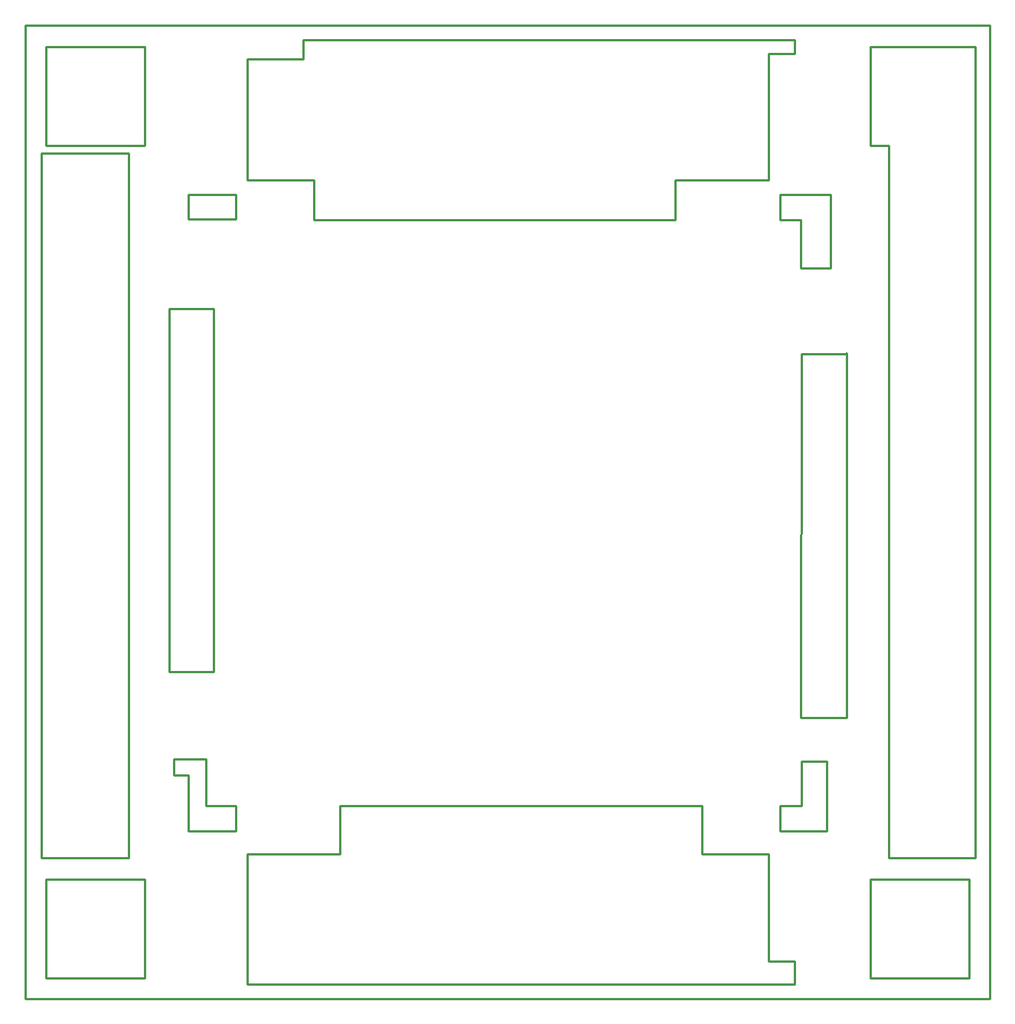
<source format=gko>
G04 Layer: BoardOutlineLayer*
G04 EasyEDA v6.5.29, 2023-07-18 11:26:45*
G04 09e4931c45ed49a5891eeba0e66e73ee,5a6b42c53f6a479593ecc07194224c93,10*
G04 Gerber Generator version 0.2*
G04 Scale: 100 percent, Rotated: No, Reflected: No *
G04 Dimensions in millimeters *
G04 leading zeros omitted , absolute positions ,4 integer and 5 decimal *
%FSLAX45Y45*%
%MOMM*%

%ADD10C,0.2540*%
D10*
X-8156016Y334416D02*
G01*
X2511983Y334416D01*
X2511983Y-10422483D01*
X-8156016Y-10422483D01*
X-8156016Y334416D01*
X-7975600Y-1079500D02*
G01*
X-7975600Y-8864600D01*
X-7975600Y-8864600D02*
G01*
X-7010400Y-8864600D01*
X-7010400Y-8864600D02*
G01*
X-7010400Y-1079500D01*
X-7010400Y-1079500D02*
G01*
X-7975600Y-1079500D01*
X1193800Y101600D02*
G01*
X1193800Y-990600D01*
X1193800Y-990600D02*
G01*
X1397000Y-990600D01*
X1397000Y-990600D02*
G01*
X1397000Y-8864600D01*
X1397000Y-8864600D02*
G01*
X2349500Y-8864600D01*
X2349500Y-8864600D02*
G01*
X2349500Y101600D01*
X2349500Y101600D02*
G01*
X1193800Y101600D01*
X355600Y25400D02*
G01*
X355600Y177800D01*
X355600Y177800D02*
G01*
X-5080000Y177800D01*
X-5080000Y177800D02*
G01*
X-5080000Y-38100D01*
X-5080000Y-38100D02*
G01*
X-5702300Y-38100D01*
X-5702300Y-38100D02*
G01*
X-5702300Y-1371600D01*
X-5702300Y-1371600D02*
G01*
X-4965700Y-1371600D01*
X-4965700Y-1371600D02*
G01*
X-4965700Y-1816100D01*
X-4965700Y-1816100D02*
G01*
X-965200Y-1816100D01*
X-965200Y-1816100D02*
G01*
X-965200Y-1371600D01*
X-965200Y-1371600D02*
G01*
X63500Y-1371600D01*
X63500Y-1371600D02*
G01*
X63500Y25400D01*
X63500Y25400D02*
G01*
X355600Y25400D01*
X190500Y-1536700D02*
G01*
X749300Y-1536700D01*
X749300Y-1536700D02*
G01*
X749300Y-2349500D01*
X749300Y-2349500D02*
G01*
X419100Y-2349500D01*
X419100Y-2349500D02*
G01*
X419100Y-1816100D01*
X419100Y-1816100D02*
G01*
X190500Y-1816100D01*
X190500Y-1816100D02*
G01*
X190500Y-1536700D01*
X426521Y-3294491D02*
G01*
X921908Y-3294491D01*
X921908Y-3294491D02*
G01*
X927100Y-3289300D01*
X927100Y-3289300D02*
G01*
X927100Y-7315200D01*
X927100Y-7315200D02*
G01*
X419100Y-7315200D01*
X419100Y-7315200D02*
G01*
X426521Y-3294491D01*
X431800Y-7797800D02*
G01*
X711200Y-7797800D01*
X711200Y-7797800D02*
G01*
X711200Y-8572500D01*
X711200Y-8572500D02*
G01*
X190500Y-8572500D01*
X190500Y-8572500D02*
G01*
X190500Y-8293100D01*
X190500Y-8293100D02*
G01*
X431800Y-8293100D01*
X431800Y-8293100D02*
G01*
X431800Y-7797800D01*
X-5702300Y-8826500D02*
G01*
X-4673600Y-8826500D01*
X-4673600Y-8826500D02*
G01*
X-4673600Y-8293100D01*
X-4673600Y-8293100D02*
G01*
X-673100Y-8293100D01*
X-673100Y-8293100D02*
G01*
X-671913Y-8825313D01*
X-671913Y-8825313D02*
G01*
X-673100Y-8826500D01*
X-673100Y-8826500D02*
G01*
X63500Y-8826500D01*
X63500Y-8826500D02*
G01*
X63500Y-10007600D01*
X63500Y-10007600D02*
G01*
X355600Y-10007600D01*
X355600Y-10007600D02*
G01*
X355600Y-10261600D01*
X355600Y-10261600D02*
G01*
X-5702300Y-10261600D01*
X-5702300Y-10261600D02*
G01*
X-5702300Y-8826500D01*
X-6515100Y-7772400D02*
G01*
X-6159500Y-7772400D01*
X-6159500Y-7772400D02*
G01*
X-6159500Y-8293100D01*
X-6159500Y-8293100D02*
G01*
X-5829300Y-8293100D01*
X-5829300Y-8293100D02*
G01*
X-5829300Y-8572500D01*
X-5829300Y-8572500D02*
G01*
X-6350000Y-8572500D01*
X-6350000Y-8572500D02*
G01*
X-6350000Y-7950200D01*
X-6350000Y-7950200D02*
G01*
X-6515100Y-7950200D01*
X-6515100Y-7950200D02*
G01*
X-6515100Y-7772400D01*
X-6350000Y-1536700D02*
G01*
X-5829300Y-1536700D01*
X-5829300Y-1536700D02*
G01*
X-5829300Y-1803400D01*
X-5829300Y-1803400D02*
G01*
X-6350000Y-1803400D01*
X-6350000Y-1803400D02*
G01*
X-6350000Y-1536700D01*
X-6565900Y-2794000D02*
G01*
X-6070600Y-2794000D01*
X-6070600Y-2794000D02*
G01*
X-6070600Y-6807200D01*
X-6070600Y-6807200D02*
G01*
X-6565900Y-6807200D01*
X-6565900Y-6807200D02*
G01*
X-6565900Y-2794000D01*
X-7924800Y101600D02*
G01*
X-7924800Y-990600D01*
X-7924800Y-990600D02*
G01*
X-6832600Y-990600D01*
X-6832600Y-990600D02*
G01*
X-6832600Y101600D01*
X-6832600Y101600D02*
G01*
X-7924800Y101600D01*
X1193800Y-9105900D02*
G01*
X1193800Y-10198100D01*
X1193800Y-10198100D02*
G01*
X2286000Y-10198100D01*
X2286000Y-10198100D02*
G01*
X2286000Y-9105900D01*
X2286000Y-9105900D02*
G01*
X1193800Y-9105900D01*
X-7924800Y-9105900D02*
G01*
X-7924800Y-10198100D01*
X-7924800Y-10198100D02*
G01*
X-6832600Y-10198100D01*
X-6832600Y-10198100D02*
G01*
X-6832600Y-9105900D01*
X-6832600Y-9105900D02*
G01*
X-7924800Y-9105900D01*

%LPD*%
M02*

</source>
